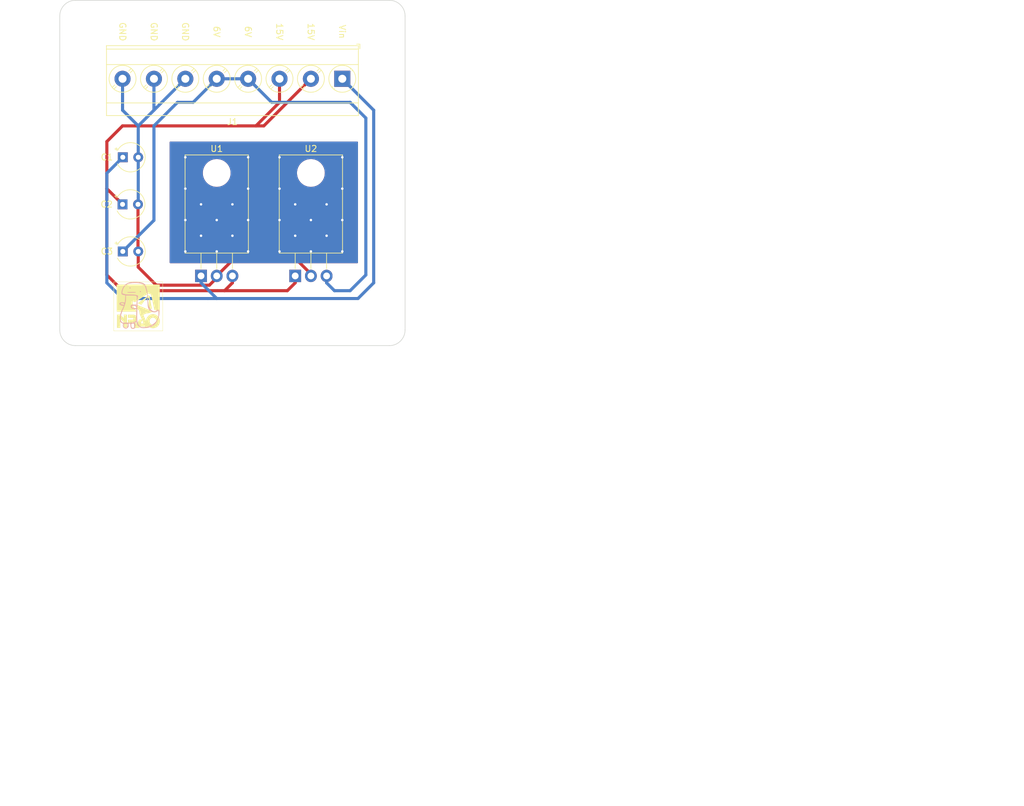
<source format=kicad_pcb>
(kicad_pcb (version 20221018) (generator pcbnew)
  (layers (0 "F.Cu" signal) (31 "B.Cu" signal) (34 "B.Paste" user) (35 "F.Paste" user) (36 "B.SilkS" user "B.Silkscreen") (37 "F.SilkS" user "F.Silkscreen") (38 "B.Mask" user) (39 "F.Mask" user) (44 "Edge.Cuts" user))
  (net 0 "")
  (net 1 "Vin")
  (net 2 "GND")
  (net 3 "+15VDC")
  (net 4 "+6VDC")
  (footprint "MountingHole:MountingHole_3.2mm_M3_ISO14580" (layer "F.Cu") (at 166.37 67.31)
    (fp_text reference "REF**" hide)
    (fp_text value "MountingHole_3.2mm_M3_ISO14580")
    (pad "" np_thru_hole circle (at 0 0) (size 3.2 3.2) (drill 3.2) (layers "*.Cu" "*.Mask"))
  )
  (footprint "footprints:nrao1_silk" (layer "F.Cu") (at 127 113.03)
    (fp_text reference "G***" hide)
    (fp_text value "LOGO" hide)
  )
  (footprint "Package_TO_SOT_THT:TO-220-3_Horizontal_TabDown" (layer "F.Cu") (at 152.4 108.1)
    (fp_text reference "U2" (at 2.54 -20.58) (layer "F.SilkS"))
    (fp_text value "LM7806_TO220")
    (pad "" np_thru_hole oval (at 2.54 -16.66) (size 3.5 3.5) (drill 3.5) (layers "*.Cu" "*.Mask"))
    (pad "1" thru_hole rect (at 0 0) (size 1.905 2) (drill 1.1) (layers "*.Cu" "*.Mask") (net 3 "+15VDC"))
    (pad "2" thru_hole oval (at 2.54 0) (size 1.905 2) (drill 1.1) (layers "*.Cu" "*.Mask") (net 2 "GND"))
    (pad "3" thru_hole oval (at 5.08 0) (size 1.905 2) (drill 1.1) (layers "*.Cu" "*.Mask") (net 4 "+6VDC"))
  )
  (footprint "MountingHole:MountingHole_3.2mm_M3_ISO14580" (layer "F.Cu") (at 118.11 67.31)
    (fp_text reference "REF**" hide)
    (fp_text value "MountingHole_3.2mm_M3_ISO14580")
    (pad "" np_thru_hole circle (at 0 0) (size 3.2 3.2) (drill 3.2) (layers "*.Cu" "*.Mask"))
  )
  (footprint "Capacitor_THT:CP_Radial_Tantal_D4.5mm_P2.50mm" (layer "F.Cu") (at 124.5 104.14)
    (fp_text reference "C3" (at -2.58 0) (layer "F.SilkS"))
    (fp_text value "0.1uF")
    (pad "1" thru_hole rect (at 0 0) (size 1.6 1.6) (drill 0.8) (layers "*.Cu" "*.Mask") (net 4 "+6VDC"))
    (pad "2" thru_hole circle (at 2.5 0) (size 1.6 1.6) (drill 0.8) (layers "*.Cu" "*.Mask") (net 2 "GND"))
  )
  (footprint "MountingHole:MountingHole_3.2mm_M3_ISO14580" (layer "F.Cu") (at 118.11 115.57)
    (fp_text reference "REF**" hide)
    (fp_text value "MountingHole_3.2mm_M3_ISO14580")
    (pad "" np_thru_hole circle (at 0 0) (size 3.2 3.2) (drill 3.2) (layers "*.Cu" "*.Mask"))
  )
  (footprint "Capacitor_THT:CP_Radial_Tantal_D4.5mm_P2.50mm" (layer "F.Cu") (at 124.46 96.52)
    (fp_text reference "C2" (at -2.58 0) (layer "F.SilkS"))
    (fp_text value "0.33uF")
    (pad "1" thru_hole rect (at 0 0) (size 1.6 1.6) (drill 0.8) (layers "*.Cu" "*.Mask") (net 3 "+15VDC"))
    (pad "2" thru_hole circle (at 2.5 0) (size 1.6 1.6) (drill 0.8) (layers "*.Cu" "*.Mask") (net 2 "GND"))
  )
  (footprint "Package_TO_SOT_THT:TO-220-3_Horizontal_TabDown" (layer "F.Cu") (at 137.16 108.1)
    (fp_text reference "U1" (at 2.54 -20.58) (layer "F.SilkS"))
    (fp_text value "LM7815_TO220")
    (pad "" np_thru_hole oval (at 2.54 -16.66) (size 3.5 3.5) (drill 3.5) (layers "*.Cu" "*.Mask"))
    (pad "1" thru_hole rect (at 0 0) (size 1.905 2) (drill 1.1) (layers "*.Cu" "*.Mask") (net 1 "Vin"))
    (pad "2" thru_hole oval (at 2.54 0) (size 1.905 2) (drill 1.1) (layers "*.Cu" "*.Mask") (net 2 "GND"))
    (pad "3" thru_hole oval (at 5.08 0) (size 1.905 2) (drill 1.1) (layers "*.Cu" "*.Mask") (net 3 "+15VDC"))
  )
  (footprint "MountingHole:MountingHole_3.2mm_M3_ISO14580" (layer "F.Cu") (at 166.37 115.57)
    (fp_text reference "REF**" hide)
    (fp_text value "MountingHole_3.2mm_M3_ISO14580")
    (pad "" np_thru_hole circle (at 0 0) (size 3.2 3.2) (drill 3.2) (layers "*.Cu" "*.Mask"))
  )
  (footprint "Capacitor_THT:CP_Radial_Tantal_D4.5mm_P2.50mm" (layer "F.Cu") (at 124.5 88.9)
    (fp_text reference "C1" (at -2.58 0) (layer "F.SilkS"))
    (fp_text value "0.33uF")
    (pad "1" thru_hole rect (at 0 0) (size 1.6 1.6) (drill 0.8) (layers "*.Cu" "*.Mask") (net 1 "Vin"))
    (pad "2" thru_hole circle (at 2.5 0) (size 1.6 1.6) (drill 0.8) (layers "*.Cu" "*.Mask") (net 2 "GND"))
  )
  (footprint "TerminalBlock_Phoenix:TerminalBlock_Phoenix_MKDS-3-8-5.08_1x08_P5.08mm_Horizontal" (layer "F.Cu") (at 160.02 76.2 180)
    (fp_text reference "J1" (at 17.78 -6.96) (layer "F.SilkS"))
    (fp_text value "Screw_Terminal_01x08")
    (pad "1" thru_hole rect (at 0 0 180) (size 2.6 2.6) (drill 1.3) (layers "*.Cu" "*.Mask") (net 1 "Vin"))
    (pad "2" thru_hole circle (at 5.08 0 180) (size 2.6 2.6) (drill 1.3) (layers "*.Cu" "*.Mask") (net 3 "+15VDC"))
    (pad "3" thru_hole circle (at 10.16 0 180) (size 2.6 2.6) (drill 1.3) (layers "*.Cu" "*.Mask") (net 3 "+15VDC"))
    (pad "4" thru_hole circle (at 15.24 0 180) (size 2.6 2.6) (drill 1.3) (layers "*.Cu" "*.Mask") (net 4 "+6VDC"))
    (pad "5" thru_hole circle (at 20.32 0 180) (size 2.6 2.6) (drill 1.3) (layers "*.Cu" "*.Mask") (net 4 "+6VDC"))
    (pad "6" thru_hole circle (at 25.4 0 180) (size 2.6 2.6) (drill 1.3) (layers "*.Cu" "*.Mask") (net 2 "GND"))
    (pad "7" thru_hole circle (at 30.48 0 180) (size 2.6 2.6) (drill 1.3) (layers "*.Cu" "*.Mask") (net 2 "GND"))
    (pad "8" thru_hole circle (at 35.56 0 180) (size 2.6 2.6) (drill 1.3) (layers "*.Cu" "*.Mask") (net 2 "GND"))
  )
  (footprint "footprints:felipe_silk" (layer "B.Cu") (at 127 113.03 180)
    (fp_text reference "G***" hide)
    (fp_text value "LOGO" hide)
  )
  (gr_line (start 114.3 66.04) (end 114.3 116.84) (stroke (width 0.1)) (layer "Edge.Cuts"))
  (gr_arc (start 116.84 119.38) (mid 115.043949 118.636051) (end 114.3 116.84) (stroke (width 0.1)) (layer "Edge.Cuts"))
  (gr_line (start 170.18 116.84) (end 170.18 66.04) (stroke (width 0.1)) (layer "Edge.Cuts"))
  (gr_arc (start 114.3 66.04) (mid 115.043949 64.243949) (end 116.84 63.5) (stroke (width 0.1)) (layer "Edge.Cuts"))
  (gr_line (start 167.64 63.5) (end 116.84 63.5) (stroke (width 0.1)) (layer "Edge.Cuts"))
  (gr_arc (start 167.64 63.5) (mid 169.436051 64.243949) (end 170.18 66.04) (stroke (width 0.1)) (layer "Edge.Cuts"))
  (gr_arc (start 170.18 116.84) (mid 169.436051 118.636051) (end 167.64 119.38) (stroke (width 0.1)) (layer "Edge.Cuts"))
  (gr_line (start 116.84 119.38) (end 167.64 119.38) (stroke (width 0.1)) (layer "Edge.Cuts"))
  (gr_text "GND" (at 129.54 68.58 270) (layer "F.SilkS") (effects (font (size 1 1))))
  (gr_text "Vin" (at 160.02 68.58 270) (layer "F.SilkS") (effects (font (size 1 1))))
  (gr_text "GND" (at 134.62 68.58 270) (layer "F.SilkS") (effects (font (size 1 1))))
  (gr_text "6V" (at 139.7 68.58 270) (layer "F.SilkS") (effects (font (size 1 1))))
  (gr_text "6V" (at 144.78 68.58 270) (layer "F.SilkS") (effects (font (size 1 1))))
  (gr_text "15V" (at 154.94 68.58 270) (layer "F.SilkS") (effects (font (size 1 1))))
  (gr_text "GND" (at 124.46 68.58 270) (layer "F.SilkS") (effects (font (size 1 1))))
  (gr_text "15V" (at 149.86 68.58 270) (layer "F.SilkS") (effects (font (size 1 1))))
  (segment (start 143.36 111.76) (end 139.7 111.76) (width 0.5) (layer "B.Cu") (net 1))
  (segment (start 143.36 111.76) (end 162.56 111.76) (width 0.5) (layer "B.Cu") (net 1))
  (segment (start 121.92 91.48) (end 121.92 109.22) (width 0.5) (layer "B.Cu") (net 1))
  (segment (start 137.16 109.22) (end 139.7 111.76) (width 0.5) (layer "B.Cu") (net 1))
  (segment (start 137.16 108.1) (end 137.16 109.22) (width 0.5) (layer "B.Cu") (net 1))
  (segment (start 124.46 111.76) (end 138.28 111.76) (width 0.5) (layer "B.Cu") (net 1))
  (segment (start 165.1 81.28) (end 160.02 76.2) (width 0.5) (layer "B.Cu") (net 1))
  (segment (start 165.1 109.22) (end 165.1 81.28) (width 0.5) (layer "B.Cu") (net 1))
  (segment (start 124.5 88.9) (end 121.92 91.48) (width 0.5) (layer "B.Cu") (net 1))
  (segment (start 121.92 109.22) (end 124.46 111.76) (width 0.5) (layer "B.Cu") (net 1))
  (segment (start 162.56 111.76) (end 165.1 109.22) (width 0.5) (layer "B.Cu") (net 1))
  (segment (start 139.7 111.76) (end 138.28 111.76) (width 0.5) (layer "B.Cu") (net 1))
  (segment (start 127 106.68) (end 129.92 109.6) (width 0.5) (layer "F.Cu") (net 2))
  (segment (start 154.94 108.1) (end 154.94 107.7875) (width 0.5) (layer "F.Cu") (net 2))
  (segment (start 139.7 108.4125) (end 139.7 108.1) (width 0.5) (layer "F.Cu") (net 2))
  (segment (start 126.96 96.52) (end 126.96 104.1) (width 0.5) (layer "F.Cu") (net 2))
  (segment (start 127 104.14) (end 127 106.68) (width 0.5) (layer "F.Cu") (net 2))
  (segment (start 152.5625 105.41) (end 142.39 105.41) (width 0.5) (layer "F.Cu") (net 2))
  (segment (start 154.94 107.7875) (end 152.5625 105.41) (width 0.5) (layer "F.Cu") (net 2))
  (segment (start 129.92 109.6) (end 138.5125 109.6) (width 0.5) (layer "F.Cu") (net 2))
  (segment (start 138.5125 109.6) (end 139.7 108.4125) (width 0.5) (layer "F.Cu") (net 2))
  (segment (start 142.39 105.41) (end 139.7 108.1) (width 0.5) (layer "F.Cu") (net 2))
  (segment (start 126.96 104.1) (end 127 104.14) (width 0.5) (layer "F.Cu") (net 2))
  (via (at 160.02 93.98) (size 0.8) (drill 0.4) (layers "F.Cu" "B.Cu") (net 2))
  (via (at 152.4 96.52) (size 0.8) (drill 0.4) (layers "F.Cu" "B.Cu") (net 2))
  (via (at 144.78 88.9) (size 0.8) (drill 0.4) (layers "F.Cu" "B.Cu") (net 2))
  (via (at 142.24 101.6) (size 0.8) (drill 0.4) (layers "F.Cu" "B.Cu") (net 2))
  (via (at 144.78 99.06) (size 0.8) (drill 0.4) (layers "F.Cu" "B.Cu") (net 2))
  (via (at 149.86 93.98) (size 0.8) (drill 0.4) (layers "F.Cu" "B.Cu") (net 2))
  (via (at 154.94 99.06) (size 0.8) (drill 0.4) (layers "F.Cu" "B.Cu") (net 2))
  (via (at 134.62 93.98) (size 0.8) (drill 0.4) (layers "F.Cu" "B.Cu") (net 2))
  (via (at 137.16 101.6) (size 0.8) (drill 0.4) (layers "F.Cu" "B.Cu") (net 2))
  (via (at 149.86 99.06) (size 0.8) (drill 0.4) (layers "F.Cu" "B.Cu") (net 2))
  (via (at 160.02 104.14) (size 0.8) (drill 0.4) (layers "F.Cu" "B.Cu") (net 2))
  (via (at 144.78 93.98) (size 0.8) (drill 0.4) (layers "F.Cu" "B.Cu") (net 2))
  (via (at 154.94 104.14) (size 0.8) (drill 0.4) (layers "F.Cu" "B.Cu") (net 2))
  (via (at 149.86 88.9) (size 0.8) (drill 0.4) (layers "F.Cu" "B.Cu") (net 2))
  (via (at 134.62 88.9) (size 0.8) (drill 0.4) (layers "F.Cu" "B.Cu") (net 2))
  (via (at 152.4 101.6) (size 0.8) (drill 0.4) (layers "F.Cu" "B.Cu") (net 2))
  (via (at 139.7 104.14) (size 0.8) (drill 0.4) (layers "F.Cu" "B.Cu") (net 2))
  (via (at 134.62 99.06) (size 0.8) (drill 0.4) (layers "F.Cu" "B.Cu") (net 2))
  (via (at 157.48 96.52) (size 0.8) (drill 0.4) (layers "F.Cu" "B.Cu") (net 2))
  (via (at 157.48 101.6) (size 0.8) (drill 0.4) (layers "F.Cu" "B.Cu") (net 2))
  (via (at 160.02 88.9) (size 0.8) (drill 0.4) (layers "F.Cu" "B.Cu") (net 2))
  (via (at 137.16 96.52) (size 0.8) (drill 0.4) (layers "F.Cu" "B.Cu") (net 2))
  (via (at 134.62 104.14) (size 0.8) (drill 0.4) (layers "F.Cu" "B.Cu") (net 2))
  (via (at 139.7 99.06) (size 0.8) (drill 0.4) (layers "F.Cu" "B.Cu") (net 2))
  (via (at 149.86 104.14) (size 0.8) (drill 0.4) (layers "F.Cu" "B.Cu") (net 2))
  (via (at 142.24 96.52) (size 0.8) (drill 0.4) (layers "F.Cu" "B.Cu") (net 2))
  (via (at 160.02 99.06) (size 0.8) (drill 0.4) (layers "F.Cu" "B.Cu") (net 2))
  (via (at 144.78 104.14) (size 0.8) (drill 0.4) (layers "F.Cu" "B.Cu") (net 2))
  (segment (start 127 88.9) (end 127 83.82) (width 0.5) (layer "B.Cu") (net 2))
  (segment (start 129.54 76.2) (end 129.54 81.28) (width 0.5) (layer "B.Cu") (net 2))
  (segment (start 127 83.82) (end 124.46 81.28) (width 0.5) (layer "B.Cu") (net 2))
  (segment (start 127 88.9) (end 127 96.48) (width 0.5) (layer "B.Cu") (net 2))
  (segment (start 127 96.48) (end 126.96 96.52) (width 0.5) (layer "B.Cu") (net 2))
  (segment (start 124.46 81.28) (end 124.46 76.2) (width 0.5) (layer "B.Cu") (net 2))
  (segment (start 127 83.82) (end 134.62 76.2) (width 0.5) (layer "B.Cu") (net 2))
  (segment (start 152.4 109.22) (end 151.13 110.49) (width 0.5) (layer "F.Cu") (net 3))
  (segment (start 152.4 108.1) (end 152.4 109.22) (width 0.5) (layer "F.Cu") (net 3))
  (segment (start 146.05 83.82) (end 124.46 83.82) (width 0.5) (layer "F.Cu") (net 3))
  (segment (start 121.92 93.98) (end 121.92 107.95) (width 0.5) (layer "F.Cu") (net 3))
  (segment (start 154.94 76.2) (end 147.32 83.82) (width 0.5) (layer "F.Cu") (net 3))
  (segment (start 121.92 93.98) (end 124.46 96.52) (width 0.5) (layer "F.Cu") (net 3))
  (segment (start 121.92 107.95) (end 124.46 110.49) (width 0.5) (layer "F.Cu") (net 3))
  (segment (start 121.92 86.36) (end 121.92 93.98) (width 0.5) (layer "F.Cu") (net 3))
  (segment (start 147.32 83.82) (end 146.05 83.82) (width 0.5) (layer "F.Cu") (net 3))
  (segment (start 149.86 76.2) (end 149.86 80.01) (width 0.5) (layer "F.Cu") (net 3))
  (segment (start 124.46 110.49) (end 139.7 110.49) (width 0.5) (layer "F.Cu") (net 3))
  (segment (start 140.97 110.49) (end 142.24 109.22) (width 0.5) (layer "F.Cu") (net 3))
  (segment (start 142.24 109.22) (end 142.24 108.1) (width 0.5) (layer "F.Cu") (net 3))
  (segment (start 151.13 110.49) (end 139.85 110.49) (width 0.5) (layer "F.Cu") (net 3))
  (segment (start 149.86 80.01) (end 146.05 83.82) (width 0.5) (layer "F.Cu") (net 3))
  (segment (start 124.46 83.82) (end 121.92 86.36) (width 0.5) (layer "F.Cu") (net 3))
  (segment (start 139.7 76.2) (end 144.78 76.2) (width 0.5) (layer "B.Cu") (net 4))
  (segment (start 163.83 107.95) (end 161.29 110.49) (width 0.5) (layer "B.Cu") (net 4))
  (segment (start 133.35 80.01) (end 129.54 83.82) (width 0.5) (layer "B.Cu") (net 4))
  (segment (start 148.59 80.01) (end 161.29 80.01) (width 0.5) (layer "B.Cu") (net 4))
  (segment (start 144.78 76.2) (end 148.59 80.01) (width 0.5) (layer "B.Cu") (net 4))
  (segment (start 161.29 80.01) (end 163.83 82.55) (width 0.5) (layer "B.Cu") (net 4))
  (segment (start 129.54 99.1) (end 124.5 104.14) (width 0.5) (layer "B.Cu") (net 4))
  (segment (start 158.75 110.49) (end 157.48 109.22) (width 0.5) (layer "B.Cu") (net 4))
  (segment (start 157.48 109.22) (end 157.48 108.1) (width 0.5) (layer "B.Cu") (net 4))
  (segment (start 129.54 83.82) (end 129.54 99.1) (width 0.5) (layer "B.Cu") (net 4))
  (segment (start 139.7 76.2) (end 135.89 80.01) (width 0.5) (layer "B.Cu") (net 4))
  (segment (start 135.89 80.01) (end 133.35 80.01) (width 0.5) (layer "B.Cu") (net 4))
  (segment (start 163.83 82.55) (end 163.83 107.95) (width 0.5) (layer "B.Cu") (net 4))
  (segment (start 161.29 110.49) (end 158.75 110.49) (width 0.5) (layer "B.Cu") (net 4))
  (zone (net 2) (net_name "GND") (layers "F&B.Cu") (name "Heatsink") (connect_pads (clearance 0.5)) (min_thickness 0.25) (fill yes (thermal_gap 0.5) (thermal_bridge_width 0.5))
    (polygon (pts (xy 132.08 86.36) (xy 162.56 86.36) (xy 162.56 106.045) (xy 132.08 106.045)))
  )
)
</source>
